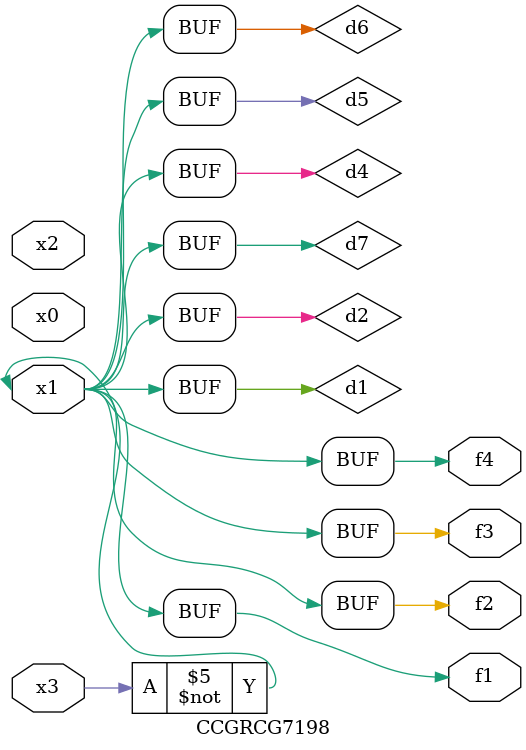
<source format=v>
module CCGRCG7198(
	input x0, x1, x2, x3,
	output f1, f2, f3, f4
);

	wire d1, d2, d3, d4, d5, d6, d7;

	not (d1, x3);
	buf (d2, x1);
	xnor (d3, d1, d2);
	nor (d4, d1);
	buf (d5, d1, d2);
	buf (d6, d4, d5);
	nand (d7, d4);
	assign f1 = d6;
	assign f2 = d7;
	assign f3 = d6;
	assign f4 = d6;
endmodule

</source>
